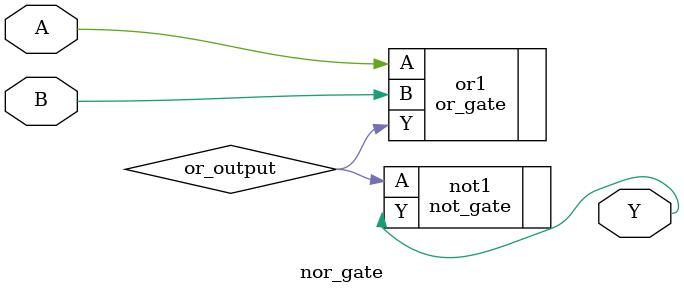
<source format=v>
module nor_gate (
    input wire A,
    input wire B,
    output wire Y
);


wire or_output;

or_gate or1(
    .A(A),
    .B(B),
    .Y(or_output)
);


not_gate not1(
    .A(or_output),
    .Y(Y)
);

endmodule
</source>
